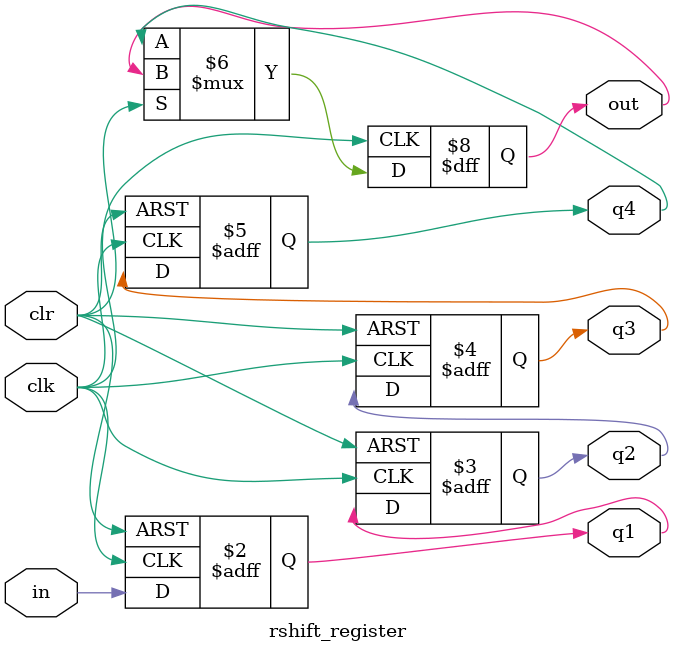
<source format=v>
`timescale 1ns / 1ps


module rshift_register(
//in,
//out,
//clk,
//dout,
//clr
in,
clk,
clr,
q1,
q2,
q3,
q4,
out
    );
//    input in, clk, clr;
//    output[3:0] out;
//    output dout;
//    reg[3:0] out;
//    reg dout;
//    always @(posedge clk or posedge clr)
//    if (~clr)
//    begin
//    dout <= out[3];
//    out <= out << 1;
//    if (in) out = out + in;
//    end
//    else out <= 0;
    output q1, q2, q3, q4, out;
    input in, clk, clr;
    reg q1, q2, q3, q4, out;
    always @(posedge clk or posedge clr)
    if (clr)
    begin
        q1<=0;
        q2<=0;
        q3<=0;
        q4<=0;
    end
    else
    begin
        out <= q4;
        q4<=q3;
        q3<=q2;
        q2<=q1;
        q1<=in;
//        if (in) q1<=in;
//        else q1<=0;
    end
endmodule

</source>
